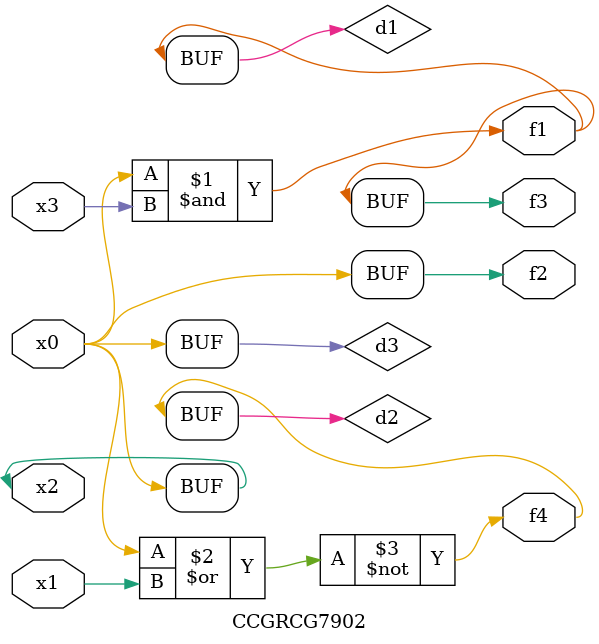
<source format=v>
module CCGRCG7902(
	input x0, x1, x2, x3,
	output f1, f2, f3, f4
);

	wire d1, d2, d3;

	and (d1, x2, x3);
	nor (d2, x0, x1);
	buf (d3, x0, x2);
	assign f1 = d1;
	assign f2 = d3;
	assign f3 = d1;
	assign f4 = d2;
endmodule

</source>
